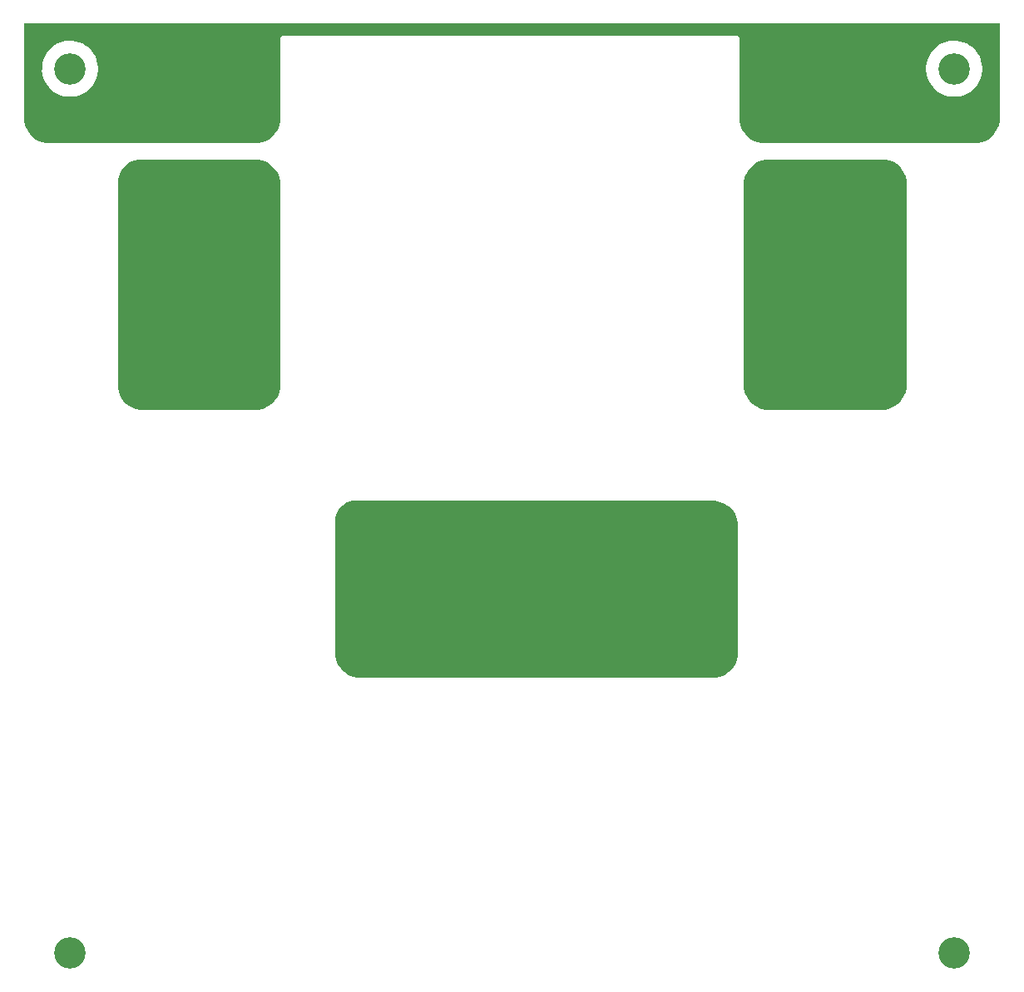
<source format=gtl>
G04*
G04 #@! TF.GenerationSoftware,Altium Limited,Altium Designer,19.0.13 (425)*
G04*
G04 Layer_Physical_Order=1*
G04 Layer_Color=255*
%FSTAX24Y24*%
%MOIN*%
G70*
G01*
G75*
%ADD21C,0.1575*%
%ADD22C,0.1378*%
%ADD23C,0.1260*%
%ADD24R,0.2172X0.2644*%
%ADD25O,0.2172X0.2644*%
%ADD26C,0.0236*%
G36*
X059784Y038665D02*
Y038567D01*
X059745Y038374D01*
X05967Y038192D01*
X059561Y038028D01*
X059421Y037889D01*
X059258Y037779D01*
X059076Y037704D01*
X058882Y037665D01*
X050255D01*
X050062Y037704D01*
X04988Y037779D01*
X049716Y037889D01*
X049577Y038028D01*
X049468Y038192D01*
X049392Y038374D01*
X049354Y038567D01*
Y038665D01*
Y040775D01*
Y041843D01*
X049343Y041898D01*
X049312Y041944D01*
X049266Y041975D01*
X049212Y041985D01*
X031102D01*
X031047Y041975D01*
X031001Y041944D01*
X03097Y041898D01*
X03096Y041843D01*
Y040775D01*
X030956D01*
Y038665D01*
Y038567D01*
X030917Y038374D01*
X030842Y038192D01*
X030733Y038028D01*
X030593Y037889D01*
X03043Y037779D01*
X030248Y037704D01*
X030054Y037665D01*
X0216D01*
X021406Y037704D01*
X021224Y037779D01*
X021061Y037889D01*
X020921Y038028D01*
X020812Y038192D01*
X020736Y038374D01*
X020698Y038567D01*
Y038665D01*
Y042458D01*
X056879Y042476D01*
X059784D01*
Y038665D01*
D02*
G37*
G36*
X05538Y036969D02*
X05555Y036899D01*
X055704Y036796D01*
X055834Y036665D01*
X055937Y036512D01*
X056008Y036341D01*
X056044Y03616D01*
Y036068D01*
Y033067D01*
X056043Y033063D01*
X056044D01*
X056044Y027883D01*
X056005Y027689D01*
X05593Y027507D01*
X05582Y027344D01*
X055681Y027204D01*
X055517Y027095D01*
X055335Y02702D01*
X055142Y026981D01*
X050427D01*
X050234Y02702D01*
X050052Y027095D01*
X049889Y027204D01*
X049749Y027344D01*
X04964Y027507D01*
X049564Y027689D01*
X049526Y027883D01*
Y027981D01*
Y036005D01*
Y036104D01*
X049564Y036297D01*
X04964Y036479D01*
X049749Y036643D01*
X049889Y036782D01*
X050052Y036892D01*
X050234Y036967D01*
X050427Y037005D01*
X055198D01*
X05538Y036969D01*
D02*
G37*
G36*
X030248Y036967D02*
X03043Y036892D01*
X030593Y036782D01*
X030733Y036643D01*
X030842Y036479D01*
X030917Y036297D01*
X030956Y036104D01*
Y036005D01*
Y027981D01*
Y027883D01*
X030917Y027689D01*
X030842Y027507D01*
X030733Y027344D01*
X030593Y027204D01*
X03043Y027095D01*
X030248Y02702D01*
X030054Y026981D01*
X02534D01*
X025146Y02702D01*
X024964Y027095D01*
X024801Y027204D01*
X024661Y027344D01*
X024552Y027507D01*
X024477Y027689D01*
X024438Y027883D01*
Y027981D01*
Y033063D01*
X024438Y033063D01*
X024439D01*
X024438Y033067D01*
Y036068D01*
Y03616D01*
X024474Y036341D01*
X024545Y036512D01*
X024648Y036665D01*
X024778Y036796D01*
X024932Y036899D01*
X025102Y036969D01*
X025284Y037005D01*
X030054D01*
X030248Y036967D01*
D02*
G37*
G36*
X048588Y023288D02*
X04877Y023213D01*
X048934Y023104D01*
X049073Y022964D01*
X049182Y0228D01*
X049258Y022618D01*
X049296Y022425D01*
Y022327D01*
Y01724D01*
Y017142D01*
X049258Y016948D01*
X049182Y016766D01*
X049073Y016603D01*
X048934Y016463D01*
X04877Y016354D01*
X048588Y016279D01*
X048395Y01624D01*
X034056D01*
X033863Y016279D01*
X033681Y016354D01*
X033517Y016463D01*
X033378Y016603D01*
X033268Y016766D01*
X033193Y016948D01*
X033154Y017142D01*
Y01724D01*
Y022539D01*
Y022617D01*
X033185Y022769D01*
X033244Y022912D01*
X03333Y023041D01*
X03344Y023151D01*
X033569Y023237D01*
X033712Y023297D01*
X033864Y023327D01*
X048395D01*
X048588Y023288D01*
D02*
G37*
%LPC*%
G36*
X057891Y041776D02*
X057745Y041757D01*
X057602Y041719D01*
X057465Y041663D01*
X057337Y04159D01*
X05722Y0415D01*
X057115Y041396D01*
X057025Y041279D01*
X056951Y041151D01*
X056894Y041015D01*
X056856Y040872D01*
X056837Y040726D01*
X056837Y040652D01*
X056836Y040578D01*
X056854Y040432D01*
X056892Y040289D01*
X056948Y040152D01*
X057021Y040023D01*
X057111Y039906D01*
X057216Y039802D01*
X057333Y039712D01*
X057462Y039639D01*
X057598Y039583D01*
X057742Y039546D01*
X057888Y039528D01*
X057962Y039529D01*
X058035Y039529D01*
X05818Y039546D01*
X058321Y039583D01*
X058456Y039638D01*
X058582Y03971D01*
X058698Y039798D01*
X058802Y0399D01*
X058891Y040015D01*
X058964Y040141D01*
X05902Y040276D01*
X059058Y040416D01*
X059078Y040561D01*
X059078Y040634D01*
X059078Y040634D01*
X059078Y040634D01*
X059079Y040708D01*
X059063Y040855D01*
X059028Y040999D01*
X058973Y041137D01*
X058901Y041266D01*
X058813Y041385D01*
X05871Y041491D01*
X058593Y041583D01*
X058465Y041658D01*
X058329Y041716D01*
X058186Y041755D01*
X058039Y041775D01*
X057965Y041775D01*
X057965Y041775D01*
X057891Y041776D01*
D02*
G37*
G36*
X022458D02*
X022312Y041757D01*
X022169Y041719D01*
X022032Y041663D01*
X021904Y04159D01*
X021787Y0415D01*
X021682Y041396D01*
X021592Y041279D01*
X021518Y041151D01*
X021461Y041015D01*
X021423Y040872D01*
X021404Y040726D01*
X021404Y040652D01*
X021403Y040578D01*
X021421Y040432D01*
X021459Y040289D01*
X021515Y040152D01*
X021588Y040023D01*
X021678Y039906D01*
X021783Y039802D01*
X0219Y039712D01*
X022028Y039639D01*
X022165Y039583D01*
X022308Y039546D01*
X022455Y039528D01*
X022529Y039529D01*
X022602Y039529D01*
X022747Y039546D01*
X022888Y039583D01*
X023022Y039638D01*
X023149Y03971D01*
X023265Y039798D01*
X023369Y0399D01*
X023458Y040015D01*
X023531Y040141D01*
X023587Y040276D01*
X023625Y040416D01*
X023644Y040561D01*
X023644Y040634D01*
X023644Y040634D01*
X023644Y040634D01*
X023646Y040708D01*
X02363Y040855D01*
X023595Y040999D01*
X02354Y041137D01*
X023468Y041266D01*
X02338Y041385D01*
X023276Y041491D01*
X02316Y041583D01*
X023032Y041658D01*
X022896Y041716D01*
X022753Y041755D01*
X022606Y041775D01*
X022532Y041775D01*
X022532Y041775D01*
X022458Y041776D01*
D02*
G37*
%LPD*%
D21*
X029734Y03952D02*
D03*
X05058Y039443D02*
D03*
Y028616D02*
D03*
D22*
X030226Y030583D02*
D03*
D23*
X022524Y005217D02*
D03*
X057957D02*
D03*
Y04065D02*
D03*
X022524D02*
D03*
D24*
X026461Y035689D02*
D03*
X05402D02*
D03*
D25*
X026461Y038996D02*
D03*
X05402D02*
D03*
D26*
X055509Y036395D02*
D03*
Y035569D02*
D03*
Y034742D02*
D03*
Y033915D02*
D03*
Y033088D02*
D03*
Y032262D02*
D03*
Y031435D02*
D03*
Y030608D02*
D03*
Y029781D02*
D03*
Y028954D02*
D03*
Y028128D02*
D03*
Y027301D02*
D03*
X054682Y033915D02*
D03*
Y033088D02*
D03*
Y032262D02*
D03*
Y031435D02*
D03*
Y030608D02*
D03*
Y029781D02*
D03*
Y028954D02*
D03*
Y028128D02*
D03*
Y027301D02*
D03*
X053856Y033915D02*
D03*
Y033088D02*
D03*
Y032262D02*
D03*
Y031435D02*
D03*
Y030608D02*
D03*
Y029781D02*
D03*
Y028954D02*
D03*
Y028128D02*
D03*
Y027301D02*
D03*
X053029Y033915D02*
D03*
Y033088D02*
D03*
Y032262D02*
D03*
Y031435D02*
D03*
Y030608D02*
D03*
Y029781D02*
D03*
Y028954D02*
D03*
Y028128D02*
D03*
Y027301D02*
D03*
X052202Y036395D02*
D03*
Y035569D02*
D03*
Y034742D02*
D03*
Y033915D02*
D03*
Y033088D02*
D03*
Y032262D02*
D03*
Y031435D02*
D03*
Y030608D02*
D03*
Y029781D02*
D03*
Y028954D02*
D03*
Y028128D02*
D03*
Y027301D02*
D03*
X051375Y036395D02*
D03*
Y035569D02*
D03*
Y034742D02*
D03*
Y033915D02*
D03*
Y033088D02*
D03*
Y032262D02*
D03*
Y031435D02*
D03*
Y030608D02*
D03*
Y029781D02*
D03*
Y027301D02*
D03*
X050549Y036395D02*
D03*
Y035569D02*
D03*
Y034742D02*
D03*
Y033915D02*
D03*
Y033088D02*
D03*
Y032262D02*
D03*
Y031435D02*
D03*
Y030608D02*
D03*
Y029781D02*
D03*
Y027301D02*
D03*
X029763Y036375D02*
D03*
Y035549D02*
D03*
Y034722D02*
D03*
Y033895D02*
D03*
Y033068D02*
D03*
Y032242D02*
D03*
Y031415D02*
D03*
Y029761D02*
D03*
Y028934D02*
D03*
Y028108D02*
D03*
Y027281D02*
D03*
X028937Y036375D02*
D03*
Y035549D02*
D03*
Y034722D02*
D03*
Y033895D02*
D03*
Y033068D02*
D03*
Y032242D02*
D03*
Y031415D02*
D03*
Y030588D02*
D03*
Y029761D02*
D03*
Y028934D02*
D03*
Y028108D02*
D03*
Y027281D02*
D03*
X02811Y036375D02*
D03*
Y035549D02*
D03*
Y034722D02*
D03*
Y033895D02*
D03*
Y033068D02*
D03*
Y032242D02*
D03*
Y031415D02*
D03*
Y030588D02*
D03*
Y029761D02*
D03*
Y028934D02*
D03*
Y028108D02*
D03*
Y027281D02*
D03*
X027283Y033895D02*
D03*
Y033068D02*
D03*
Y032242D02*
D03*
Y031415D02*
D03*
Y030588D02*
D03*
Y029761D02*
D03*
Y028934D02*
D03*
Y028108D02*
D03*
Y027281D02*
D03*
X026456Y033895D02*
D03*
Y033068D02*
D03*
Y032242D02*
D03*
Y031415D02*
D03*
Y030588D02*
D03*
Y029761D02*
D03*
Y028934D02*
D03*
Y028108D02*
D03*
Y027281D02*
D03*
X025629Y033895D02*
D03*
Y033068D02*
D03*
Y032242D02*
D03*
Y031415D02*
D03*
Y030588D02*
D03*
Y029761D02*
D03*
Y028934D02*
D03*
Y028108D02*
D03*
Y027281D02*
D03*
X024803Y036375D02*
D03*
Y035549D02*
D03*
Y034722D02*
D03*
Y033895D02*
D03*
Y033068D02*
D03*
Y032242D02*
D03*
Y031415D02*
D03*
Y030588D02*
D03*
Y029761D02*
D03*
Y028934D02*
D03*
Y028108D02*
D03*
X058701Y038858D02*
D03*
Y038032D02*
D03*
X057874Y038858D02*
D03*
Y038032D02*
D03*
X057047Y039685D02*
D03*
Y038858D02*
D03*
Y038032D02*
D03*
X05622Y041339D02*
D03*
Y040512D02*
D03*
Y039685D02*
D03*
Y038858D02*
D03*
Y038032D02*
D03*
X055394Y041339D02*
D03*
Y040512D02*
D03*
Y039685D02*
D03*
Y038858D02*
D03*
Y038032D02*
D03*
X054567Y041339D02*
D03*
Y040512D02*
D03*
X05374Y041339D02*
D03*
Y040512D02*
D03*
X052913Y041339D02*
D03*
Y040512D02*
D03*
Y038032D02*
D03*
X052087Y041339D02*
D03*
Y040512D02*
D03*
Y039685D02*
D03*
Y038858D02*
D03*
Y038032D02*
D03*
X05126Y041339D02*
D03*
Y040512D02*
D03*
Y038032D02*
D03*
X050433Y041339D02*
D03*
Y040512D02*
D03*
Y038032D02*
D03*
X049606Y041339D02*
D03*
Y040512D02*
D03*
Y039685D02*
D03*
Y038858D02*
D03*
X030591Y041339D02*
D03*
Y040512D02*
D03*
Y038858D02*
D03*
X029764Y041339D02*
D03*
Y040512D02*
D03*
Y038032D02*
D03*
X028937Y041339D02*
D03*
Y040512D02*
D03*
Y038858D02*
D03*
Y038032D02*
D03*
X02811Y041339D02*
D03*
Y040512D02*
D03*
Y039685D02*
D03*
Y038858D02*
D03*
Y038032D02*
D03*
X027283Y041339D02*
D03*
Y040512D02*
D03*
X026457Y041339D02*
D03*
Y040512D02*
D03*
X02563Y041339D02*
D03*
Y040512D02*
D03*
X024803Y041339D02*
D03*
Y040512D02*
D03*
Y039685D02*
D03*
Y038858D02*
D03*
Y038032D02*
D03*
X023976Y041339D02*
D03*
Y040512D02*
D03*
Y039685D02*
D03*
Y038858D02*
D03*
Y038032D02*
D03*
X02315Y038858D02*
D03*
Y038032D02*
D03*
X022323Y038858D02*
D03*
Y038032D02*
D03*
X021496Y039685D02*
D03*
Y038858D02*
D03*
Y038032D02*
D03*
M02*

</source>
